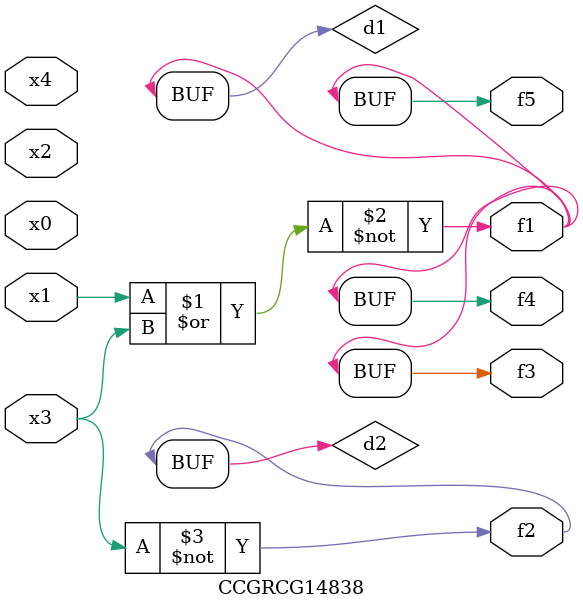
<source format=v>
module CCGRCG14838(
	input x0, x1, x2, x3, x4,
	output f1, f2, f3, f4, f5
);

	wire d1, d2;

	nor (d1, x1, x3);
	not (d2, x3);
	assign f1 = d1;
	assign f2 = d2;
	assign f3 = d1;
	assign f4 = d1;
	assign f5 = d1;
endmodule

</source>
